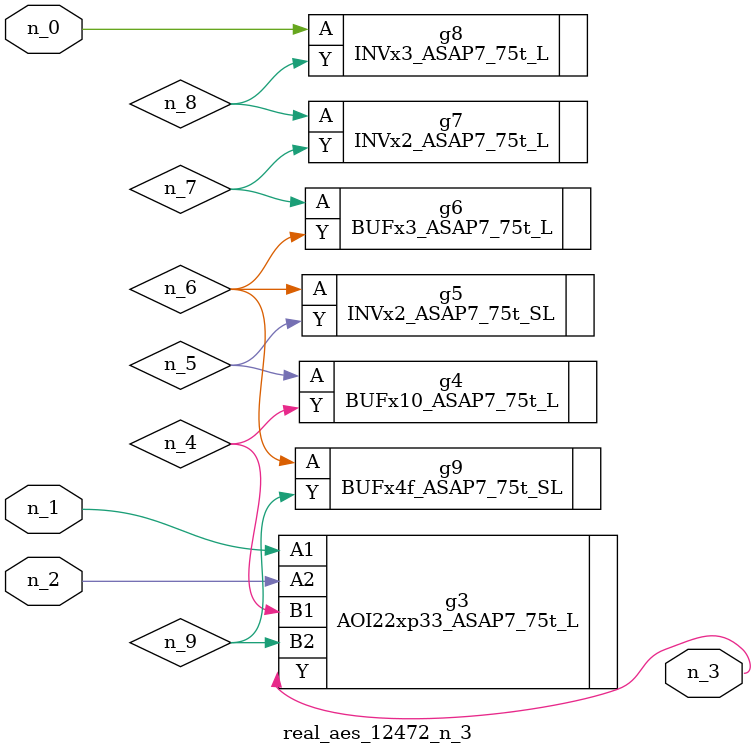
<source format=v>
module real_aes_12472_n_3 (n_0, n_2, n_1, n_3);
input n_0;
input n_2;
input n_1;
output n_3;
wire n_4;
wire n_5;
wire n_7;
wire n_9;
wire n_6;
wire n_8;
INVx3_ASAP7_75t_L g8 ( .A(n_0), .Y(n_8) );
AOI22xp33_ASAP7_75t_L g3 ( .A1(n_1), .A2(n_2), .B1(n_4), .B2(n_9), .Y(n_3) );
BUFx10_ASAP7_75t_L g4 ( .A(n_5), .Y(n_4) );
INVx2_ASAP7_75t_SL g5 ( .A(n_6), .Y(n_5) );
BUFx4f_ASAP7_75t_SL g9 ( .A(n_6), .Y(n_9) );
BUFx3_ASAP7_75t_L g6 ( .A(n_7), .Y(n_6) );
INVx2_ASAP7_75t_L g7 ( .A(n_8), .Y(n_7) );
endmodule
</source>
